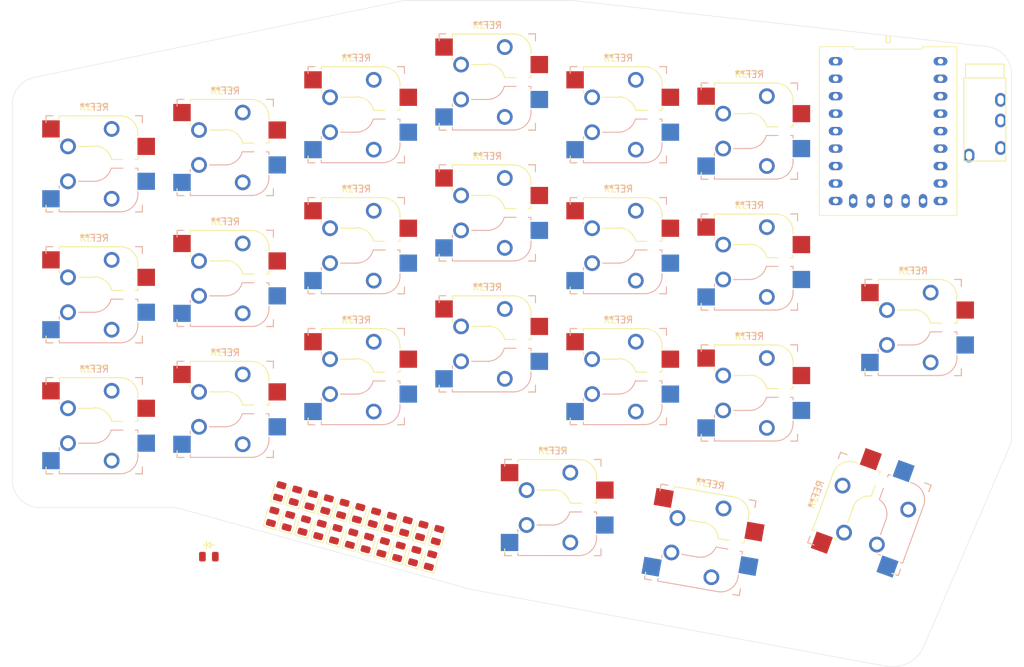
<source format=kicad_pcb>
(kicad_pcb (version 20241229) (generator "pcbnew") (generator_version "9.0")
  (layers (0 "F.Cu" signal) (2 "B.Cu" signal) (13 "F.Paste" user) (15 "B.Paste" user) (5 "F.SilkS" user "F.Silkscreen") (7 "B.SilkS" user "B.Silkscreen") (1 "F.Mask" user) (3 "B.Mask" user) (25 "Edge.Cuts" user))
  (net 0 "")
  (footprint "SMD Diodes:D_0805_2012Metric" (layer "F.Cu") (at 121.929954 134.309871 74.5)
    (property "Reference" "REF**" (hide yes))
    (property "Value" "D_0805_2012Metric" (hide yes))
    (pad "1" smd roundrect (at -0.9375 0 74.5) (size 0.975 1.4) (layers "F.Cu" "F.Mask" "F.Paste"))
    (pad "2" smd roundrect (at 0.9375 0 74.5) (size 0.975 1.4) (layers "F.Cu" "F.Mask" "F.Paste"))
  )
  (footprint "SMD Diodes:D_0805_2012Metric" (layer "F.Cu") (at 129.836076 132.533068 74.5)
    (property "Reference" "REF**" (hide yes))
    (property "Value" "D_0805_2012Metric" (hide yes))
    (pad "1" smd roundrect (at -0.9375 0 74.5) (size 0.975 1.4) (layers "F.Cu" "F.Mask" "F.Paste"))
    (pad "2" smd roundrect (at 0.9375 0 74.5) (size 0.975 1.4) (layers "F.Cu" "F.Mask" "F.Paste"))
  )
  (footprint "rp2040-zero:RP2040-Zero" (layer "F.Cu") (at 199.93 75.01375 -90)
    (property "Reference" "U" (at -13.28 0 0) (layer "F.SilkS"))
    (property "Value" "RP2040-Zero")
    (pad "0" thru_hole oval (at -10.16 -7.62 270) (size 1.2 2) (drill 0.8) (layers "*.Cu" "*.Mask"))
    (pad "1" thru_hole oval (at -7.62 -7.62 270) (size 1.2 2) (drill 0.8) (layers "*.Cu" "*.Mask"))
    (pad "2" thru_hole oval (at -5.08 -7.62 270) (size 1.2 2) (drill 0.8) (layers "*.Cu" "*.Mask"))
    (pad "3" thru_hole oval (at -2.54 -7.62 270) (size 1.2 2) (drill 0.8) (layers "*.Cu" "*.Mask"))
    (pad "3v3" thru_hole oval (at -5.08 7.62 270) (size 1.2 2) (drill 0.8) (layers "*.Cu" "*.Mask"))
    (pad "4" thru_hole oval (at 0 -7.62 270) (size 1.2 2) (drill 0.8) (layers "*.Cu" "*.Mask"))
    (pad "5" thru_hole oval (at 2.54 -7.62 270) (size 1.2 2) (drill 0.8) (layers "*.Cu" "*.Mask"))
    (pad "5v" thru_hole oval (at -10.16 7.62 270) (size 1.2 2) (drill 0.8) (layers "*.Cu" "*.Mask"))
    (pad "6" thru_hole oval (at 5.08 -7.62 270) (size 1.2 2) (drill 0.8) (layers "*.Cu" "*.Mask"))
    (pad "7" thru_hole oval (at 7.62 -7.62 270) (size 1.2 2) (drill 0.8) (layers "*.Cu" "*.Mask"))
    (pad "8" thru_hole oval (at 10.16 -7.62 270) (size 1.2 2) (drill 0.8) (layers "*.Cu" "*.Mask"))
    (pad "9" thru_hole oval (at 10.16 -5.08) (size 1.2 2) (drill 0.8) (layers "*.Cu" "*.Mask"))
    (pad "10" thru_hole oval (at 10.16 -2.54) (size 1.2 2) (drill 0.8) (layers "*.Cu" "*.Mask"))
    (pad "11" thru_hole oval (at 10.16 0) (size 1.2 2) (drill 0.8) (layers "*.Cu" "*.Mask"))
    (pad "12" thru_hole oval (at 10.16 2.54) (size 1.2 2) (drill 0.8) (layers "*.Cu" "*.Mask"))
    (pad "13" thru_hole oval (at 10.16 5.08) (size 1.2 2) (drill 0.8) (layers "*.Cu" "*.Mask"))
    (pad "14" thru_hole oval (at 10.16 7.62 270) (size 1.2 2) (drill 0.8) (layers "*.Cu" "*.Mask"))
    (pad "15" thru_hole oval (at 7.62 7.62 270) (size 1.2 2) (drill 0.8) (layers "*.Cu" "*.Mask"))
    (pad "26" thru_hole oval (at 5.08 7.62 270) (size 1.2 2) (drill 0.8) (layers "*.Cu" "*.Mask"))
    (pad "27" thru_hole oval (at 2.54 7.62 270) (size 1.2 2) (drill 0.8) (layers "*.Cu" "*.Mask"))
    (pad "28" thru_hole oval (at 0 7.62 270) (size 1.2 2) (drill 0.8) (layers "*.Cu" "*.Mask"))
    (pad "29" thru_hole oval (at -2.54 7.62 270) (size 1.2 2) (drill 0.8) (layers "*.Cu" "*.Mask"))
    (pad "GND" thru_hole oval (at -7.62 7.62 270) (size 1.2 2) (drill 0.8) (layers "*.Cu" "*.Mask"))
  )
  (footprint "Keyswitches:Kailh_socket_MX_optional_reversible" (layer "F.Cu") (at 122.615 72.6325)
    (property "Reference" "REF**" (at 0 -8.255 0) (layer "F.SilkS"))
    (property "Value" "Kailh_socket_MX_optional_reversible")
    (fp_text user "${REFERENCE}" (at 0 -8.255 0) (layer "B.SilkS") (effects (justify mirror)))
    (pad "" np_thru_hole circle (at -5.08 0) (size 1.7018 1.7018) (drill 1.7018) (layers "*.Cu" "*.Mask"))
    (pad "" np_thru_hole circle (at -2.54 -5.08) (size 3 3) (drill 3) (layers "*.Cu" "*.Mask"))
    (pad "" np_thru_hole circle (at -2.54 5.08) (size 3 3) (drill 3) (layers "*.Cu" "*.Mask"))
    (pad "" np_thru_hole circle (at 0 0) (size 3.9878 3.9878) (drill 3.9878) (layers "*.Cu" "*.Mask"))
    (pad "" np_thru_hole circle (at 3.81 -2.54) (size 3 3) (drill 3) (layers "*.Cu" "*.Mask"))
    (pad "" np_thru_hole circle (at 3.81 2.54) (size 3 3) (drill 3) (layers "*.Cu" "*.Mask"))
    (pad "" np_thru_hole circle (at 5.08 0) (size 1.7018 1.7018) (drill 1.7018) (layers "*.Cu" "*.Mask"))
    (pad "1" smd rect (at -6.29 -5.08) (size 2.55 2.5) (layers "F.Cu" "F.Mask" "F.Paste"))
    (pad "1" smd rect (at -6.29 5.08) (size 2.55 2.5) (layers "B.Cu" "B.Mask" "B.Paste"))
    (pad "1" thru_hole circle (at -3.81 -2.54) (size 2.286 2.286) (drill 1.4986) (layers "*.Cu" "*.Mask"))
    (pad "1" thru_hole circle (at -3.81 2.54) (size 2.286 2.286) (drill 1.4986) (layers "*.Cu" "*.Mask"))
    (pad "2" thru_hole circle (at 2.54 -5.08) (size 2.286 2.286) (drill 1.4986) (layers "*.Cu" "*.Mask"))
    (pad "2" thru_hole circle (at 2.54 5.08) (size 2.286 2.286) (drill 1.4986) (layers "*.Cu" "*.Mask"))
    (pad "2" smd rect (at 7.56 -2.54) (size 2.55 2.5) (layers "F.Cu" "F.Mask" "F.Paste"))
    (pad "2" smd rect (at 7.56 2.54) (size 2.55 2.5) (layers "B.Cu" "B.Mask" "B.Paste"))
  )
  (footprint "Keyswitches:Kailh_socket_MX_optional_reversible" (layer "F.Cu") (at 103.565 115.495)
    (property "Reference" "REF**" (at 0 -8.255 0) (layer "F.SilkS"))
    (property "Value" "Kailh_socket_MX_optional_reversible")
    (fp_text user "${REFERENCE}" (at 0 -8.255 0) (layer "B.SilkS") (effects (justify mirror)))
    (pad "" np_thru_hole circle (at -5.08 0) (size 1.7018 1.7018) (drill 1.7018) (layers "*.Cu" "*.Mask"))
    (pad "" np_thru_hole circle (at -2.54 -5.08) (size 3 3) (drill 3) (layers "*.Cu" "*.Mask"))
    (pad "" np_thru_hole circle (at -2.54 5.08) (size 3 3) (drill 3) (layers "*.Cu" "*.Mask"))
    (pad "" np_thru_hole circle (at 0 0) (size 3.9878 3.9878) (drill 3.9878) (layers "*.Cu" "*.Mask"))
    (pad "" np_thru_hole circle (at 3.81 -2.54) (size 3 3) (drill 3) (layers "*.Cu" "*.Mask"))
    (pad "" np_thru_hole circle (at 3.81 2.54) (size 3 3) (drill 3) (layers "*.Cu" "*.Mask"))
    (pad "" np_thru_hole circle (at 5.08 0) (size 1.7018 1.7018) (drill 1.7018) (layers "*.Cu" "*.Mask"))
    (pad "1" smd rect (at -6.29 -5.08) (size 2.55 2.5) (layers "F.Cu" "F.Mask" "F.Paste"))
    (pad "1" smd rect (at -6.29 5.08) (size 2.55 2.5) (layers "B.Cu" "B.Mask" "B.Paste"))
    (pad "1" thru_hole circle (at -3.81 -2.54) (size 2.286 2.286) (drill 1.4986) (layers "*.Cu" "*.Mask"))
    (pad "1" thru_hole circle (at -3.81 2.54) (size 2.286 2.286) (drill 1.4986) (layers "*.Cu" "*.Mask"))
    (pad "2" thru_hole circle (at 2.54 -5.08) (size 2.286 2.286) (drill 1.4986) (layers "*.Cu" "*.Mask"))
    (pad "2" thru_hole circle (at 2.54 5.08) (size 2.286 2.286) (drill 1.4986) (layers "*.Cu" "*.Mask"))
    (pad "2" smd rect (at 7.56 -2.54) (size 2.55 2.5) (layers "F.Cu" "F.Mask" "F.Paste"))
    (pad "2" smd rect (at 7.56 2.54) (size 2.55 2.5) (layers "B.Cu" "B.Mask" "B.Paste"))
  )
  (footprint "SMD Diodes:D_0805_2012Metric" (layer "F.Cu") (at 119.635309 133.673509 74.5)
    (property "Reference" "REF**" (hide yes))
    (property "Value" "D_0805_2012Metric" (hide yes))
    (pad "1" smd roundrect (at -0.9375 0 74.5) (size 0.975 1.4) (layers "F.Cu" "F.Mask" "F.Paste"))
    (pad "2" smd roundrect (at 0.9375 0 74.5) (size 0.975 1.4) (layers "F.Cu" "F.Mask" "F.Paste"))
  )
  (footprint "Keyswitches:Kailh_socket_MX_optional_reversible" (layer "F.Cu") (at 172.62125 134.474296 -10)
    (property "Reference" "REF**" (at 0 -8.255 170) (layer "F.SilkS"))
    (property "Value" "Kailh_socket_MX_optional_reversible")
    (fp_text user "${REFERENCE}" (at 0 -8.255 170) (layer "B.SilkS") (effects (justify mirror)))
    (pad "" np_thru_hole circle (at -5.08 0 350) (size 1.7018 1.7018) (drill 1.7018) (layers "*.Cu" "*.Mask"))
    (pad "" np_thru_hole circle (at -2.54 -5.08 350) (size 3 3) (drill 3) (layers "*.Cu" "*.Mask"))
    (pad "" np_thru_hole circle (at -2.54 5.08 350) (size 3 3) (drill 3) (layers "*.Cu" "*.Mask"))
    (pad "" np_thru_hole circle (at 0 0 350) (size 3.9878 3.9878) (drill 3.9878) (layers "*.Cu" "*.Mask"))
    (pad "" np_thru_hole circle (at 3.81 -2.54 350) (size 3 3) (drill 3) (layers "*.Cu" "*.Mask"))
    (pad "" np_thru_hole circle (at 3.81 2.54 350) (size 3 3) (drill 3) (layers "*.Cu" "*.Mask"))
    (pad "" np_thru_hole circle (at 5.08 0 350) (size 1.7018 1.7018) (drill 1.7018) (layers "*.Cu" "*.Mask"))
    (pad "1" smd rect (at -6.290001 5.08 350) (size 2.55 2.5) (layers "B.Cu" "B.Mask" "B.Paste"))
    (pad "1" smd rect (at -6.29 -5.08 350) (size 2.55 2.5) (layers "F.Cu" "F.Mask" "F.Paste"))
    (pad "1" thru_hole circle (at -3.81 -2.54 350) (size 2.286 2.286) (drill 1.4986) (layers "*.Cu" "*.Mask"))
    (pad "1" thru_hole circle (at -3.81 2.54 350) (size 2.286 2.286) (drill 1.4986) (layers "*.Cu" "*.Mask"))
    (pad "2" thru_hole circle (at 2.54 -5.08 350) (size 2.286 2.286) (drill 1.4986) (layers "*.Cu" "*.Mask"))
    (pad "2" thru_hole circle (at 2.54 5.08 350) (size 2.286 2.286) (drill 1.4986) (layers "*.Cu" "*.Mask"))
    (pad "2" smd rect (at 7.56 -2.54 350) (size 2.55 2.5) (layers "F.Cu" "F.Mask" "F.Paste"))
    (pad "2" smd rect (at 7.56 2.54 350) (size 2.55 2.5) (layers "B.Cu" "B.Mask" "B.Paste"))
  )
  (footprint "Keyswitches:Kailh_socket_MX_optional_reversible" (layer "F.Cu") (at 160.715 110.7325)
    (property "Reference" "REF**" (at 0 -8.255 0) (layer "F.SilkS"))
    (property "Value" "Kailh_socket_MX_optional_reversible")
    (fp_text user "${REFERENCE}" (at 0 -8.255 0) (layer "B.SilkS") (effects (justify mirror)))
    (pad "" np_thru_hole circle (at -5.08 0) (size 1.7018 1.7018) (drill 1.7018) (layers "*.Cu" "*.Mask"))
    (pad "" np_thru_hole circle (at -2.54 -5.08) (size 3 3) (drill 3) (layers "*.Cu" "*.Mask"))
    (pad "" np_thru_hole circle (at -2.54 5.08) (size 3 3) (drill 3) (layers "*.Cu" "*.Mask"))
    (pad "" np_thru_hole circle (at 0 0) (size 3.9878 3.9878) (drill 3.9878) (layers "*.Cu" "*.Mask"))
    (pad "" np_thru_hole circle (at 3.81 -2.54) (size 3 3) (drill 3) (layers "*.Cu" "*.Mask"))
    (pad "" np_thru_hole circle (at 3.81 2.54) (size 3 3) (drill 3) (layers "*.Cu" "*.Mask"))
    (pad "" np_thru_hole circle (at 5.08 0) (size 1.7018 1.7018) (drill 1.7018) (layers "*.Cu" "*.Mask"))
    (pad "1" smd rect (at -6.29 -5.08) (size 2.55 2.5) (layers "F.Cu" "F.Mask" "F.Paste"))
    (pad "1" smd rect (at -6.29 5.08) (size 2.55 2.5) (layers "B.Cu" "B.Mask" "B.Paste"))
    (pad "1" thru_hole circle (at -3.81 -2.54) (size 2.286 2.286) (drill 1.4986) (layers "*.Cu" "*.Mask"))
    (pad "1" thru_hole circle (at -3.81 2.54) (size 2.286 2.286) (drill 1.4986) (layers "*.Cu" "*.Mask"))
    (pad "2" thru_hole circle (at 2.54 -5.08) (size 2.286 2.286) (drill 1.4986) (layers "*.Cu" "*.Mask"))
    (pad "2" thru_hole circle (at 2.54 5.08) (size 2.286 2.286) (drill 1.4986) (layers "*.Cu" "*.Mask"))
    (pad "2" smd rect (at 7.56 -2.54) (size 2.55 2.5) (layers "F.Cu" "F.Mask" "F.Paste"))
    (pad "2" smd rect (at 7.56 2.54) (size 2.55 2.5) (layers "B.Cu" "B.Mask" "B.Paste"))
  )
  (footprint "Keyswitches:Kailh_socket_MX_optional_reversible" (layer "F.Cu") (at 160.715 91.6825)
    (property "Reference" "REF**" (at 0 -8.255 0) (layer "F.SilkS"))
    (property "Value" "Kailh_socket_MX_optional_reversible")
    (fp_text user "${REFERENCE}" (at 0 -8.255 0) (layer "B.SilkS") (effects (justify mirror)))
    (pad "" np_thru_hole circle (at -5.08 0) (size 1.7018 1.7018) (drill 1.7018) (layers "*.Cu" "*.Mask"))
    (pad "" np_thru_hole circle (at -2.54 -5.08) (size 3 3) (drill 3) (layers "*.Cu" "*.Mask"))
    (pad "" np_thru_hole circle (at -2.54 5.08) (size 3 3) (drill 3) (layers "*.Cu" "*.Mask"))
    (pad "" np_thru_hole circle (at 0 0) (size 3.9878 3.9878) (drill 3.9878) (layers "*.Cu" "*.Mask"))
    (pad "" np_thru_hole circle (at 3.81 -2.54) (size 3 3) (drill 3) (layers "*.Cu" "*.Mask"))
    (pad "" np_thru_hole circle (at 3.81 2.54) (size 3 3) (drill 3) (layers "*.Cu" "*.Mask"))
    (pad "" np_thru_hole circle (at 5.08 0) (size 1.7018 1.7018) (drill 1.7018) (layers "*.Cu" "*.Mask"))
    (pad "1" smd rect (at -6.29 -5.08) (size 2.55 2.5) (layers "F.Cu" "F.Mask" "F.Paste"))
    (pad "1" smd rect (at -6.29 5.08) (size 2.55 2.5) (layers "B.Cu" "B.Mask" "B.Paste"))
    (pad "1" thru_hole circle (at -3.81 -2.54) (size 2.286 2.286) (drill 1.4986) (layers "*.Cu" "*.Mask"))
    (pad "1" thru_hole circle (at -3.81 2.54) (size 2.286 2.286) (drill 1.4986) (layers "*.Cu" "*.Mask"))
    (pad "2" thru_hole circle (at 2.54 -5.08) (size 2.286 2.286) (drill 1.4986) (layers "*.Cu" "*.Mask"))
    (pad "2" thru_hole circle (at 2.54 5.08) (size 2.286 2.286) (drill 1.4986) (layers "*.Cu" "*.Mask"))
    (pad "2" smd rect (at 7.56 -2.54) (size 2.55 2.5) (layers "F.Cu" "F.Mask" "F.Paste"))
    (pad "2" smd rect (at 7.56 2.54) (size 2.55 2.5) (layers "B.Cu" "B.Mask" "B.Paste"))
  )
  (footprint "SMD Diodes:D_0805_2012Metric" (layer "F.Cu") (at 127.541431 131.896707 74.5)
    (property "Reference" "REF**" (hide yes))
    (property "Value" "D_0805_2012Metric" (hide yes))
    (pad "1" smd roundrect (at -0.9375 0 74.5) (size 0.975 1.4) (layers "F.Cu" "F.Mask" "F.Paste"))
    (pad "2" smd roundrect (at 0.9375 0 74.5) (size 0.975 1.4) (layers "F.Cu" "F.Mask" "F.Paste"))
  )
  (footprint "Keyswitches:Kailh_socket_MX_optional_reversible" (layer "F.Cu") (at 122.615 110.7325)
    (property "Reference" "REF**" (at 0 -8.255 0) (layer "F.SilkS"))
    (property "Value" "Kailh_socket_MX_optional_reversible")
    (fp_text user "${REFERENCE}" (at 0 -8.255 0) (layer "B.SilkS") (effects (justify mirror)))
    (pad "" np_thru_hole circle (at -5.08 0) (size 1.7018 1.7018) (drill 1.7018) (layers "*.Cu" "*.Mask"))
    (pad "" np_thru_hole circle (at -2.54 -5.08) (size 3 3) (drill 3) (layers "*.Cu" "*.Mask"))
    (pad "" np_thru_hole circle (at -2.54 5.08) (size 3 3) (drill 3) (layers "*.Cu" "*.Mask"))
    (pad "" np_thru_hole circle (at 0 0) (size 3.9878 3.9878) (drill 3.9878) (layers "*.Cu" "*.Mask"))
    (pad "" np_thru_hole circle (at 3.81 -2.54) (size 3 3) (drill 3) (layers "*.Cu" "*.Mask"))
    (pad "" np_thru_hole circle (at 3.81 2.54) (size 3 3) (drill 3) (layers "*.Cu" "*.Mask"))
    (pad "" np_thru_hole circle (at 5.08 0) (size 1.7018 1.7018) (drill 1.7018) (layers "*.Cu" "*.Mask"))
    (pad "1" smd rect (at -6.29 -5.08) (size 2.55 2.5) (layers "F.Cu" "F.Mask" "F.Paste"))
    (pad "1" smd rect (at -6.29 5.08) (size 2.55 2.5) (layers "B.Cu" "B.Mask" "B.Paste"))
    (pad "1" thru_hole circle (at -3.81 -2.54) (size 2.286 2.286) (drill 1.4986) (layers "*.Cu" "*.Mask"))
    (pad "1" thru_hole circle (at -3.81 2.54) (size 2.286 2.286) (drill 1.4986) (layers "*.Cu" "*.Mask"))
    (pad "2" thru_hole circle (at 2.54 -5.08) (size 2.286 2.286) (drill 1.4986) (layers "*.Cu" "*.Mask"))
    (pad "2" thru_hole circle (at 2.54 5.08) (size 2.286 2.286) (drill 1.4986) (layers "*.Cu" "*.Mask"))
    (pad "2" smd rect (at 7.56 -2.54) (size 2.55 2.5) (layers "F.Cu" "F.Mask" "F.Paste"))
    (pad "2" smd rect (at 7.56 2.54) (size 2.55 2.5) (layers "B.Cu" "B.Mask" "B.Paste"))
  )
  (footprint "Keyswitches:Kailh_socket_MX_optional_reversible" (layer "F.Cu") (at 141.665 67.87)
    (property "Reference" "REF**" (at 0 -8.255 0) (layer "F.SilkS"))
    (property "Value" "Kailh_socket_MX_optional_reversible")
    (fp_text user "${REFERENCE}" (at 0 -8.255 0) (layer "B.SilkS") (effects (justify mirror)))
    (pad "" np_thru_hole circle (at -5.08 0) (size 1.7018 1.7018) (drill 1.7018) (layers "*.Cu" "*.Mask"))
    (pad "" np_thru_hole circle (at -2.54 -5.08) (size 3 3) (drill 3) (layers "*.Cu" "*.Mask"))
    (pad "" np_thru_hole circle (at -2.54 5.08) (size 3 3) (drill 3) (layers "*.Cu" "*.Mask"))
    (pad "" np_thru_hole circle (at 0 0) (size 3.9878 3.9878) (drill 3.9878) (layers "*.Cu" "*.Mask"))
    (pad "" np_thru_hole circle (at 3.81 -2.54) (size 3 3) (drill 3) (layers "*.Cu" "*.Mask"))
    (pad "" np_thru_hole circle (at 3.81 2.54) (size 3 3) (drill 3) (layers "*.Cu" "*.Mask"))
    (pad "" np_thru_hole circle (at 5.08 0) (size 1.7018 1.7018) (drill 1.7018) (layers "*.Cu" "*.Mask"))
    (pad "1" smd rect (at -6.29 -5.08) (size 2.55 2.5) (layers "F.Cu" "F.Mask" "F.Paste"))
    (pad "1" smd rect (at -6.29 5.08) (size 2.55 2.5) (layers "B.Cu" "B.Mask" "B.Paste"))
    (pad "1" thru_hole circle (at -3.81 -2.54) (size 2.286 2.286) (drill 1.4986) (layers "*.Cu" "*.Mask"))
    (pad "1" thru_hole circle (at -3.81 2.54) (size 2.286 2.286) (drill 1.4986) (layers "*.Cu" "*.Mask"))
    (pad "2" thru_hole circle (at 2.54 -5.08) (size 2.286 2.286) (drill 1.4986) (layers "*.Cu" "*.Mask"))
    (pad "2" thru_hole circle (at 2.54 5.08) (size 2.286 2.286) (drill 1.4986) (layers "*.Cu" "*.Mask"))
    (pad "2" smd rect (at 7.56 -2.54) (size 2.55 2.5) (layers "F.Cu" "F.Mask" "F.Paste"))
    (pad "2" smd rect (at 7.56 2.54) (size 2.55 2.5) (layers "B.Cu" "B.Mask" "B.Paste"))
  )
  (footprint "SMD Diodes:D_0805_2012Metric" (layer "F.Cu") (at 131.108534 136.855316 74.5)
    (property "Reference" "REF**" (hide yes))
    (property "Value" "D_0805_2012Metric" (hide yes))
    (pad "1" smd roundrect (at -0.9375 0 74.5) (size 0.975 1.4) (layers "F.Cu" "F.Mask" "F.Paste"))
    (pad "2" smd roundrect (at 0.9375 0 74.5) (size 0.975 1.4) (layers "F.Cu" "F.Mask" "F.Paste"))
  )
  (footprint "Keyswitches:Kailh_socket_MX_optional_reversible" (layer "F.Cu") (at 197.21639 130.715199 70)
    (property "Reference" "REF**" (at 0 -8.255 70) (layer "F.SilkS"))
    (property "Value" "Kailh_socket_MX_optional_reversible")
    (fp_text user "${REFERENCE}" (at 0 -8.255 70) (layer "B.SilkS") (effects (justify mirror)))
    (pad "" np_thru_hole circle (at -5.08 0 70) (size 1.7018 1.7018) (drill 1.7018) (layers "*.Cu" "*.Mask"))
    (pad "" np_thru_hole circle (at -2.540001 5.08 70) (size 3 3) (drill 3) (layers "*.Cu" "*.Mask"))
    (pad "" np_thru_hole circle (at -2.54 -5.08 70) (size 3 3) (drill 3) (layers "*.Cu" "*.Mask"))
    (pad "" np_thru_hole circle (at 0 0 70) (size 3.9878 3.9878) (drill 3.9878) (layers "*.Cu" "*.Mask"))
    (pad "" np_thru_hole circle (at 3.81 -2.54 70) (size 3 3) (drill 3) (layers "*.Cu" "*.Mask"))
    (pad "" np_thru_hole circle (at 3.81 2.54 70) (size 3 3) (drill 3) (layers "*.Cu" "*.Mask"))
    (pad "" np_thru_hole circle (at 5.08 0 70) (size 1.7018 1.7018) (drill 1.7018) (layers "*.Cu" "*.Mask"))
    (pad "1" smd rect (at -6.29 -5.08 70) (size 2.55 2.5) (layers "F.Cu" "F.Mask" "F.Paste"))
    (pad "1" smd rect (at -6.29 5.08 70) (size 2.55 2.5) (layers "B.Cu" "B.Mask" "B.Paste"))
    (pad "1" thru_hole circle (at -3.81 -2.54 70) (size 2.286 2.286) (drill 1.4986) (layers "*.Cu" "*.Mask"))
    (pad "1" thru_hole circle (at -3.81 2.54 70) (size 2.286 2.286) (drill 1.4986) (layers "*.Cu" "*.Mask"))
    (pad "2" thru_hole circle (at 2.54 5.08 70) (size 2.286 2.286) (drill 1.4986) (layers "*.Cu" "*.Mask"))
    (pad "2" thru_hole circle (at 2.540001 -5.08 70) (size 2.286 2.286) (drill 1.4986) (layers "*.Cu" "*.Mask"))
    (pad "2" smd rect (at 7.56 -2.54 70) (size 2.55 2.5) (layers "F.Cu" "F.Mask" "F.Paste"))
    (pad "2" smd rect (at 7.56 2.54 70) (size 2.55 2.5) (layers "B.Cu" "B.Mask" "B.Paste"))
  )
  (footprint "SMD Diodes:D_0805_2012Metric" (layer "F.Cu") (at 132.130721 133.16943 74.5)
    (property "Reference" "REF**" (hide yes))
    (property "Value" "D_0805_2012Metric" (hide yes))
    (pad "1" smd roundrect (at -0.9375 0 74.5) (size 0.975 1.4) (layers "F.Cu" "F.Mask" "F.Paste"))
    (pad "2" smd roundrect (at 0.9375 0 74.5) (size 0.975 1.4) (layers "F.Cu" "F.Mask" "F.Paste"))
  )
  (footprint "Keyswitches:Kailh_socket_MX_optional_reversible" (layer "F.Cu") (at 103.565 96.445)
    (property "Reference" "REF**" (at 0 -8.255 0) (layer "F.SilkS"))
    (property "Value" "Kailh_socket_MX_optional_reversible")
    (fp_text user "${REFERENCE}" (at 0 -8.255 0) (layer "B.SilkS") (effects (justify mirror)))
    (pad "" np_thru_hole circle (at -5.08 0) (size 1.7018 1.7018) (drill 1.7018) (layers "*.Cu" "*.Mask"))
    (pad "" np_thru_hole circle (at -2.54 -5.08) (size 3 3) (drill 3) (layers "*.Cu" "*.Mask"))
    (pad "" np_thru_hole circle (at -2.54 5.08) (size 3 3) (drill 3) (layers "*.Cu" "*.Mask"))
    (pad "" np_thru_hole circle (at 0 0) (size 3.9878 3.9878) (drill 3.9878) (layers "*.Cu" "*.Mask"))
    (pad "" np_thru_hole circle (at 3.81 -2.54) (size 3 3) (drill 3) (layers "*.Cu" "*.Mask"))
    (pad "" np_thru_hole circle (at 3.81 2.54) (size 3 3) (drill 3) (layers "*.Cu" "*.Mask"))
    (pad "" np_thru_hole circle (at 5.08 0) (size 1.7018 1.7018) (drill 1.7018) (layers "*.Cu" "*.Mask"))
    (pad "1" smd rect (at -6.29 -5.08) (size 2.55 2.5) (layers "F.Cu" "F.Mask" "F.Paste"))
    (pad "1" smd rect (at -6.29 5.08) (size 2.55 2.5) (layers "B.Cu" "B.Mask" "B.Paste"))
    (pad "1" thru_hole circle (at -3.81 -2.54) (size 2.286 2.286) (drill 1.4986) (layers "*.Cu" "*.Mask"))
    (pad "1" thru_hole circle (at -3.81 2.54) (size 2.286 2.286) (drill 1.4986) (layers "*.Cu" "*.Mask"))
    (pad "2" thru_hole circle (at 2.54 -5.08) (size 2.286 2.286) (drill 1.4986) (layers "*.Cu" "*.Mask"))
    (pad "2" thru_hole circle (at 2.54 5.08) (size 2.286 2.286) (drill 1.4986) (layers "*.Cu" "*.Mask"))
    (pad "2" smd rect (at 7.56 -2.54) (size 2.55 2.5) (layers "F.Cu" "F.Mask" "F.Paste"))
    (pad "2" smd rect (at 7.56 2.54) (size 2.55 2.5) (layers "B.Cu" "B.Mask" "B.Paste"))
  )
  (footprint "SMD Diodes:D_0805_2012Metric" (layer "F.Cu") (at 118.362851 129.351261 74.5)
    (property "Reference" "REF**" (hide yes))
    (property "Value" "D_0805_2012Metric" (hide yes))
    (pad "1" smd roundrect (at -0.9375 0 74.5) (size 0.975 1.4) (layers "F.Cu" "F.Mask" "F.Paste"))
    (pad "2" smd roundrect (at 0.9375 0 74.5) (size 0.975 1.4) (layers "F.Cu" "F.Mask" "F.Paste"))
  )
  (footprint "Keyswitches:Kailh_socket_MX_optional_reversible" (layer "F.Cu") (at 84.515 98.82625)
    (property "Reference" "REF**" (at 0 -8.255 0) (layer "F.SilkS"))
    (property "Value" "Kailh_socket_MX_optional_reversible")
    (fp_text user "${REFERENCE}" (at 0 -8.255 0) (layer "B.SilkS") (effects (justify mirror)))
    (pad "" np_thru_hole circle (at -5.08 0) (size 1.7018 1.7018) (drill 1.7018) (layers "*.Cu" "*.Mask"))
    (pad "" np_thru_hole circle (at -2.54 -5.08) (size 3 3) (drill 3) (layers "*.Cu" "*.Mask"))
    (pad "" np_thru_hole circle (at -2.54 5.08) (size 3 3) (drill 3) (layers "*.Cu" "*.Mask"))
    (pad "" np_thru_hole circle (at 0 0) (size 3.9878 3.9878) (drill 3.9878) (layers "*.Cu" "*.Mask"))
    (pad "" np_thru_hole circle (at 3.81 -2.54) (size 3 3) (drill 3) (layers "*.Cu" "*.Mask"))
    (pad "" np_thru_hole circle (at 3.81 2.54) (size 3 3) (drill 3) (layers "*.Cu" "*.Mask"))
    (pad "" np_thru_hole circle (at 5.08 0) (size 1.7018 1.7018) (drill 1.7018) (layers "*.Cu" "*.Mask"))
    (pad "1" smd rect (at -6.29 -5.08) (size 2.55 2.5) (layers "F.Cu" "F.Mask" "F.Paste"))
    (pad "1" smd rect (at -6.29 5.08) (size 2.55 2.5) (layers "B.Cu" "B.Mask" "B.Paste"))
    (pad "1" thru_hole circle (at -3.81 -2.54) (size 2.286 2.286) (drill 1.4986) (layers "*.Cu" "*.Mask"))
    (pad "1" thru_hole circle (at -3.81 2.54) (size 2.286 2.286) (drill 1.4986) (layers "*.Cu" "*.Mask"))
    (pad "2" thru_hole circle (at 2.54 -5.08) (size 2.286 2.286) (drill 1.4986) (layers "*.Cu" "*.Mask"))
    (pad "2" thru_hole circle (at 2.54 5.08) (size 2.286 2.286) (drill 1.4986) (layers "*.Cu" "*.Mask"))
    (pad "2" smd rect (at 7.56 -2.54) (size 2.55 2.5) (layers "F.Cu" "F.Mask" "F.Paste"))
    (pad "2" smd rect (at 7.56 2.54) (size 2.55 2.5) (layers "B.Cu" "B.Mask" "B.Paste"))
  )
  (footprint "SMD Diodes:D_0805_2012Metric" (layer "F.Cu") (at 125.246786 131.260346 74.5)
    (property "Reference" "REF**" (hide yes))
    (property "Value" "D_0805_2012Metric" (hide yes))
    (pad "1" smd roundrect (at -0.9375 0 74.5) (size 0.975 1.4) (layers "F.Cu" "F.Mask" "F.Paste"))
    (pad "2" smd roundrect (at 0.9375 0 74.5) (size 0.975 1.4) (layers "F.Cu" "F.Mask" "F.Paste"))
  )
  (footprint "SMD Diodes:D_0805_2012Metric" (layer "F.Cu") (at 124.224599 134.946232 74.5)
    (property "Reference" "REF**" (hide yes))
    (property "Value" "D_0805_2012Metric" (hide yes))
    (pad "1" smd roundrect (at -0.9375 0 74.5) (size 0.975 1.4) (layers "F.Cu" "F.Mask" "F.Paste"))
    (pad "2" smd roundrect (at 0.9375 0 74.5) (size 0.975 1.4) (layers "F.Cu" "F.Mask" "F.Paste"))
  )
  (footprint "Keyswitches:Kailh_socket_MX_optional_reversible" (layer "F.Cu") (at 160.715 72.6325)
    (property "Reference" "REF**" (at 0 -8.255 0) (layer "F.SilkS"))
    (property "Value" "Kailh_socket_MX_optional_reversible")
    (fp_text user "${REFERENCE}" (at 0 -8.255 0) (layer "B.SilkS") (effects (justify mirror)))
    (pad "" np_thru_hole circle (at -5.08 0) (size 1.7018 1.7018) (drill 1.7018) (layers "*.Cu" "*.Mask"))
    (pad "" np_thru_hole circle (at -2.54 -5.08) (size 3 3) (drill 3) (layers "*.Cu" "*.Mask"))
    (pad "" np_thru_hole circle (at -2.54 5.08) (size 3 3) (drill 3) (layers "*.Cu" "*.Mask"))
    (pad "" np_thru_hole circle (at 0 0) (size 3.9878 3.9878) (drill 3.9878) (layers "*.Cu" "*.Mask"))
    (pad "" np_thru_hole circle (at 3.81 -2.54) (size 3 3) (drill 3) (layers "*.Cu" "*.Mask"))
    (pad "" np_thru_hole circle (at 3.81 2.54) (size 3 3) (drill 3) (layers "*.Cu" "*.Mask"))
    (pad "" np_thru_hole circle (at 5.08 0) (size 1.7018 1.7018) (drill 1.7018) (layers "*.Cu" "*.Mask"))
    (pad "1" smd rect (at -6.29 -5.08) (size 2.55 2.5) (layers "F.Cu" "F.Mask" "F.Paste"))
    (pad "1" smd rect (at -6.29 5.08) (size 2.55 2.5) (layers "B.Cu" "B.Mask" "B.Paste"))
    (pad "1" thru_hole circle (at -3.81 -2.54) (size 2.286 2.286) (drill 1.4986) (layers "*.Cu" "*.Mask"))
    (pad "1" thru_hole circle (at -3.81 2.54) (size 2.286 2.286) (drill 1.4986) (layers "*.Cu" "*.Mask"))
    (pad "2" thru_hole circle (at 2.54 -5.08) (size 2.286 2.286) (drill 1.4986) (layers "*.Cu" "*.Mask"))
    (pad "2" thru_hole circle (at 2.54 5.08) (size 2.286 2.286) (drill 1.4986) (layers "*.Cu" "*.Mask"))
    (pad "2" smd rect (at 7.56 -2.54) (size 2.55 2.5) (layers "F.Cu" "F.Mask" "F.Paste"))
    (pad "2" smd rect (at 7.56 2.54) (size 2.55 2.5) (layers "B.Cu" "B.Mask" "B.Paste"))
  )
  (footprint "SMD Diodes:D_0805_2012Metric" (layer "F.Cu") (at 117.340664 133.037148 74.5)
    (property "Reference" "REF**" (hide yes))
    (property "Value" "D_0805_2012Metric" (hide yes))
    (pad "1" smd roundrect (at -0.9375 0 74.5) (size 0.975 1.4) (layers "F.Cu" "F.Mask" "F.Paste"))
    (pad "2" smd roundrect (at 0.9375 0 74.5) (size 0.975 1.4) (layers "F.Cu" "F.Mask" "F.Paste"))
  )
  (footprint "SMD Diodes:D_0805_2012Metric" (layer "F.Cu") (at 133.403179 137.491678 74.5)
    (property "Reference" "REF**" (hide yes))
    (property "Value" "D_0805_2012Metric" (hide yes))
    (pad "1" smd roundrect (at -0.9375 0 74.5) (size 0.975 1.4) (layers "F.Cu" "F.Mask" "F.Paste"))
    (pad "2" smd roundrect (at 0.9375 0 74.5) (size 0.975 1.4) (layers "F.Cu" "F.Mask" "F.Paste"))
  )
  (footprint "Keyswitches:Kailh_socket_MX_optional_reversible" (layer "F.Cu") (at 84.515 117.87625)
    (property "Reference" "REF**" (at 0 -8.255 0) (layer "F.SilkS"))
    (property "Value" "Kailh_socket_MX_optional_reversible")
    (fp_text user "${REFERENCE}" (at 0 -8.255 0) (layer "B.SilkS") (effects (justify mirror)))
    (pad "" np_thru_hole circle (at -5.08 0) (size 1.7018 1.7018) (drill 1.7018) (layers "*.Cu" "*.Mask"))
    (pad "" np_thru_hole circle (at -2.54 -5.08) (size 3 3) (drill 3) (layers "*.Cu" "*.Mask"))
    (pad "" np_thru_hole circle (at -2.54 5.08) (size 3 3) (drill 3) (layers "*.Cu" "*.Mask"))
    (pad "" np_thru_hole circle (at 0 0) (size 3.9878 3.9878) (drill 3.9878) (layers "*.Cu" "*.Mask"))
    (pad "" np_thru_hole circle (at 3.81 -2.54) (size 3 3) (drill 3) (layers "*.Cu" "*.Mask"))
    (pad "" np_thru_hole circle (at 3.81 2.54) (size 3 3) (drill 3) (layers "*.Cu" "*.Mask"))
    (pad "" np_thru_hole circle (at 5.08 0) (size 1.7018 1.7018) (drill 1.7018) (layers "*.Cu" "*.Mask"))
    (pad "1" smd rect (at -6.29 -5.08) (size 2.55 2.5) (layers "F.Cu" "F.Mask" "F.Paste"))
    (pad "1" smd rect (at -6.29 5.08) (size 2.55 2.5) (layers "B.Cu" "B.Mask" "B.Paste"))
    (pad "1" thru_hole circle (at -3.81 -2.54) (size 2.286 2.286) (drill 1.4986) (layers "*.Cu" "*.Mask"))
    (pad "1" thru_hole circle (at -3.81 2.54) (size 2.286 2.286) (drill 1.4986) (layers "*.Cu" "*.Mask"))
    (pad "2" thru_hole circle (at 2.54 -5.08) (size 2.286 2.286) (drill 1.4986) (layers "*.Cu" "*.Mask"))
    (pad "2" thru_hole circle (at 2.54 5.08) (size 2.286 2.286) (drill 1.4986) (layers "*.Cu" "*.Mask"))
    (pad "2" smd rect (at 7.56 -2.54) (size 2.55 2.5) (layers "F.Cu" "F.Mask" "F.Paste"))
    (pad "2" smd rect (at 7.56 2.54) (size 2.55 2.5) (layers "B.Cu" "B.Mask" "B.Paste"))
  )
  (footprint "Keyswitches:Kailh_socket_MX_optional_reversible" (layer "F.Cu") (at 179.765 75.01375)
    (property "Reference" "REF**" (at 0 -8.255 0) (layer "F.SilkS"))
    (property "Value" "Kailh_socket_MX_optional_reversible")
    (fp_text user "${REFERENCE}" (at 0 -8.255 0) (layer "B.SilkS") (effects (justify mirror)))
    (pad "" np_thru_hole circle (at -5.08 0) (size 1.7018 1.7018) (drill 1.7018) (layers "*.Cu" "*.Mask"))
    (pad "" np_thru_hole circle (at -2.54 -5.08) (size 3 3) (drill 3) (layers "*.Cu" "*.Mask"))
    (pad "" np_thru_hole circle (at -2.54 5.08) (size 3 3) (drill 3) (layers "*.Cu" "*.Mask"))
    (pad "" np_thru_hole circle (at 0 0) (size 3.9878 3.9878) (drill 3.9878) (layers "*.Cu" "*.Mask"))
    (pad "" np_thru_hole circle (at 3.81 -2.54) (size 3 3) (drill 3) (layers "*.Cu" "*.Mask"))
    (pad "" np_thru_hole circle (at 3.81 2.54) (size 3 3) (drill 3) (layers "*.Cu" "*.Mask"))
    (pad "" np_thru_hole circle (at 5.08 0) (size 1.7018 1.7018) (drill 1.7018) (layers "*.Cu" "*.Mask"))
    (pad "1" smd rect (at -6.29 -5.08) (size 2.55 2.5) (layers "F.Cu" "F.Mask" "F.Paste"))
    (pad "1" smd rect (at -6.29 5.08) (size 2.55 2.5) (layers "B.Cu" "B.Mask" "B.Paste"))
    (pad "1" thru_hole circle (at -3.81 -2.54) (size 2.286 2.286) (drill 1.4986) (layers "*.Cu" "*.Mask"))
    (pad "1" thru_hole circle (at -3.81 2.54) (size 2.286 2.286) (drill 1.4986) (layers "*.Cu" "*.Mask"))
    (pad "2" thru_hole circle (at 2.54 -5.08) (size 2.286 2.286) (drill 1.4986) (layers "*.Cu" "*.Mask"))
    (pad "2" thru_hole circle (at 2.54 5.08) (size 2.286 2.286) (drill 1.4986) (layers "*.Cu" "*.Mask"))
    (pad "2" smd rect (at 7.56 -2.54) (size 2.55 2.5) (layers "F.Cu" "F.Mask" "F.Paste"))
    (pad "2" smd rect (at 7.56 2.54) (size 2.55 2.5) (layers "B.Cu" "B.Mask" "B.Paste"))
  )
  (footprint "Keyswitches:Kailh_socket_MX_optional_reversible" (layer "F.Cu") (at 179.765 113.11375)
    (property "Reference" "REF**" (at 0 -8.255 0) (layer "F.SilkS"))
    (property "Value" "Kailh_socket_MX_optional_reversible")
    (fp_text user "${REFERENCE}" (at 0 -8.255 0) (layer "B.SilkS") (effects (justify mirror)))
    (pad "" np_thru_hole circle (at -5.08 0) (size 1.7018 1.7018) (drill 1.7018) (layers "*.Cu" "*.Mask"))
    (pad "" np_thru_hole circle (at -2.54 -5.08) (size 3 3) (drill 3) (layers "*.Cu" "*.Mask"))
    (pad "" np_thru_hole circle (at -2.54 5.08) (size 3 3) (drill 3) (layers "*.Cu" "*.Mask"))
    (pad "" np_thru_hole circle (at 0 0) (size 3.9878 3.9878) (drill 3.9878) (layers "*.Cu" "*.Mask"))
    (pad "" np_thru_hole circle (at 3.81 -2.54) (size 3 3) (drill 3) (layers "*.Cu" "*.Mask"))
    (pad "" np_thru_hole circle (at 3.81 2.54) (size 3 3) (drill 3) (layers "*.Cu" "*.Mask"))
    (pad "" np_thru_hole circle (at 5.08 0) (size 1.7018 1.7018) (drill 1.7018) (layers "*.Cu" "*.Mask"))
    (pad "1" smd rect (at -6.29 -5.08) (size 2.55 2.5) (layers "F.Cu" "F.Mask" "F.Paste"))
    (pad "1" smd rect (at -6.29 5.08) (size 2.55 2.5) (layers "B.Cu" "B.Mask" "B.Paste"))
    (pad "1" thru_hole circle (at -3.81 -2.54) (size 2.286 2.286) (drill 1.4986) (layers "*.Cu" "*.Mask"))
    (pad "1" thru_hole circle (at -3.81 2.54) (size 2.286 2.286) (drill 1.4986) (layers "*.Cu" "*.Mask"))
    (pad "2" thru_hole circle (at 2.54 -5.08) (size 2.286 2.286) (drill 1.4986) (layers "*.Cu" "*.Mask"))
    (pad "2" thru_hole circle (at 2.54 5.08) (size 2.286 2.286) (drill 1.4986) (layers "*.Cu" "*.Mask"))
    (pad "2" smd rect (at 7.56 -2.54) (size 2.55 2.5) (layers "F.Cu" "F.Mask" "F.Paste"))
    (pad "2" smd rect (at 7.56 2.54) (size 2.55 2.5) (layers "B.Cu" "B.Mask" "B.Paste"))
  )
  (footprint "Keyswitches:Kailh_socket_MX_optional_reversible" (layer "F.Cu") (at 141.665 105.97)
    (property "Reference" "REF**" (at 0 -8.255 0) (layer "F.SilkS"))
    (property "Value" "Kailh_socket_MX_optional_reversible")
    (fp_text user "${REFERENCE}" (at 0 -8.255 0) (layer "B.SilkS") (effects (justify mirror)))
    (pad "" np_thru_hole circle (at -5.08 0) (size 1.7018 1.7018) (drill 1.7018) (layers "*.Cu" "*.Mask"))
    (pad "" np_thru_hole circle (at -2.54 -5.08) (size 3 3) (drill 3) (layers "*.Cu" "*.Mask"))
    (pad "" np_thru_hole circle (at -2.54 5.08) (size 3 3) (drill 3) (layers "*.Cu" "*.Mask"))
    (pad "" np_thru_hole circle (at 0 0) (size 3.9878 3.9878) (drill 3.9878) (layers "*.Cu" "*.Mask"))
    (pad "" np_thru_hole circle (at 3.81 -2.54) (size 3 3) (drill 3) (layers "*.Cu" "*.Mask"))
    (pad "" np_thru_hole circle (at 3.81 2.54) (size 3 3) (drill 3) (layers "*.Cu" "*.Mask"))
    (pad "" np_thru_hole circle (at 5.08 0) (size 1.7018 1.7018) (drill 1.7018) (layers "*.Cu" "*.Mask"))
    (pad "1" smd rect (at -6.29 -5.08) (size 2.55 2.5) (layers "F.Cu" "F.Mask" "F.Paste"))
    (pad "1" smd rect (at -6.29 5.08) (size 2.55 2.5) (layers "B.Cu" "B.Mask" "B.Paste"))
    (pad "1" thru_hole circle (at -3.81 -2.54) (size 2.286 2.286) (drill 1.4986) (layers "*.Cu" "*.Mask"))
    (pad "1" thru_hole circle (at -3.81 2.54) (size 2.286 2.286) (drill 1.4986) (layers "*.Cu" "*.Mask"))
    (pad "2" thru_hole circle (at 2.54 -5.08) (size 2.286 2.286) (drill 1.4986) (layers "*.Cu" "*.Mask"))
    (pad "2" thru_hole circle (at 2.54 5.08) (size 2.286 2.286) (drill 1.4986) (layers "*.Cu" "*.Mask"))
    (pad "2" smd rect (at 7.56 -2.54) (size 2.55 2.5) (layers "F.Cu" "F.Mask" "F.Paste"))
    (pad "2" smd rect (at 7.56 2.54) (size 2.55 2.5) (layers "B.Cu" "B.Mask" "B.Paste"))
  )
  (footprint "SMD Diodes:D_0805_2012Metric" (layer "F.Cu") (at 128.813889 136.218955 74.5)
    (property "Reference" "REF**" (hide yes))
    (property "Value" "D_0805_2012Metric" (hide yes))
    (pad "1" smd roundrect (at -0.9375 0 74.5) (size 0.975 1.4) (layers "F.Cu" "F.Mask" "F.Paste"))
    (pad "2" smd roundrect (at 0.9375 0 74.5) (size 0.975 1.4) (layers "F.Cu" "F.Mask" "F.Paste"))
  )
  (footprint "Keyswitches:Kailh_socket_MX_optional_reversible" (layer "F.Cu") (at 141.665 86.92)
    (property "Reference" "REF**" (at 0 -8.255 0) (layer "F.SilkS"))
    (property "Value" "Kailh_socket_MX_optional_reversible")
    (fp_text user "${REFERENCE}" (at 0 -8.255 0) (layer "B.SilkS") (effects (justify mirror)))
    (pad "" np_thru_hole circle (at -5.08 0) (size 1.7018 1.7018) (drill 1.7018) (layers "*.Cu" "*.Mask"))
    (pad "" np_thru_hole circle (at -2.54 -5.08) (size 3 3) (drill 3) (layers "*.Cu" "*.Mask"))
    (pad "" np_thru_hole circle (at -2.54 5.08) (size 3 3) (drill 3) (layers "*.Cu" "*.Mask"))
    (pad "" np_thru_hole circle (at 0 0) (size 3.9878 3.9878) (drill 3.9878) (layers "*.Cu" "*.Mask"))
    (pad "" np_thru_hole circle (at 3.81 -2.54) (size 3 3) (drill 3) (layers "*.Cu" "*.Mask"))
    (pad "" np_thru_hole circle (at 3.81 2.54) (size 3 3) (drill 3) (layers "*.Cu" "*.Mask"))
    (pad "" np_thru_hole circle (at 5.08 0) (size 1.7018 1.7018) (drill 1.7018) (layers "*.Cu" "*.Mask"))
    (pad "1" smd rect (at -6.29 -5.08) (size 2.55 2.5) (layers "F.Cu" "F.Mask" "F.Paste"))
    (pad "1" smd rect (at -6.29 5.08) (size 2.55 2.5) (layers "B.Cu" "B.Mask" "B.Paste"))
    (pad "1" thru_hole circle (at -3.81 -2.54) (size 2.286 2.286) (drill 1.4986) (layers "*.Cu" "*.Mask"))
    (pad "1" thru_hole circle (at -3.81 2.54) (size 2.286 2.286) (drill 1.4986) (layers "*.Cu" "*.Mask"))
    (pad "2" thru_hole circle (at 2.54 -5.08) (size 2.286 2.286) (drill 1.4986) (layers "*.Cu" "*.Mask"))
    (pad "2" thru_hole circle (at 2.54 5.08) (size 2.286 2.286) (drill 1.4986) (layers "*.Cu" "*.Mask"))
    (pad "2" smd rect (at 7.56 -2.54) (size 2.55 2.5) (layers "F.Cu" "F.Mask" "F.Paste"))
    (pad "2" smd rect (at 7.56 2.54) (size 2.55 2.5) (layers "B.Cu" "B.Mask" "B.Paste"))
  )
  (footprint "SMD Diodes:D_0805_2012Metric" (layer "F.Cu") (at 111.478916 127.442177 74.5)
    (property "Reference" "REF**" (hide yes))
    (property "Value" "D_0805_2012Metric" (hide yes))
    (pad "1" smd roundrect (at -0.9375 0 74.5) (size 0.975 1.4) (layers "F.Cu" "F.Mask" "F.Paste"))
    (pad "2" smd roundrect (at 0.9375 0 74.5) (size 0.975 1.4) (layers "F.Cu" "F.Mask" "F.Paste"))
  )
  (footprint "SMD Diodes:D_0805_2012Metric" (layer "F.Cu") (at 113.773561 128.078539 74.5)
    (property "Reference" "REF**" (hide yes))
    (property "Value" "D_0805_2012Metric" (hide yes))
    (pad "1" smd roundrect (at -0.9375 0 74.5) (size 0.975 1.4) (layers "F.Cu" "F.Mask" "F.Paste"))
    (pad "2" smd roundrect (at 0.9375 0 74.5) (size 0.975 1.4) (layers "F.Cu" "F.Mask" "F.Paste"))
  )
  (footprint "SMD Diodes:D_0805_2012Metric" (layer "F.Cu") (at 120.657496 129.987623 74.5)
    (property "Reference" "REF**" (hide yes))
    (property "Value" "D_0805_2012Metric" (hide yes))
    (pad "1" smd roundrect (at -0.9375 0 74.5) (size 0.975 1.4) (layers "F.Cu" "F.Mask" "F.Paste"))
    (pad "2" smd roundrect (at 0.9375 0 74.5) (size 0.975 1.4) (layers "F.Cu" "F.Mask" "F.Paste"))
  )
  (footprint "SMD Diodes:D_0805_2012Metric" (layer "F.Cu") (at 126.519244 135.582593 74.5)
    (property "Reference" "REF**" (hide yes))
    (property "Value" "D_0805_2012Metric" (hide yes))
    (pad "1" smd roundrect (at -0.9375 0 74.5) (size 0.975 1.4) (layers "F.Cu" "F.Mask" "F.Paste"))
    (pad "2" smd roundrect (at 0.9375 0 74.5) (size 0.975 1.4) (layers "F.Cu" "F.Mask" "F.Paste"))
  )
  (footprint "SMD Diodes:D_0805_2012Metric" (layer "F.Cu") (at 122.952141 130.623984 74.5)
    (property "Reference" "REF**" (hide yes))
    (property "Value" "D_0805_2012Metric" (hide yes))
    (pad "1" smd roundrect (at -0.9375 0 74.5) (size 0.975 1.4) (layers "F.Cu" "F.Mask" "F.Paste"))
    (pad "2" smd roundrect (at 0.9375 0 74.5) (size 0.975 1.4) (layers "F.Cu" "F.Mask" "F.Paste"))
  )
  (footprint "Scotto_lib:TRRS_PJ-320A" (layer "F.Cu") (at 213.99 67.27)
    (property "Reference" "REF**")
    (property "Value" "TRRS_PJ-320A")
    (pad "" np_thru_hole circle (at 0 1.6) (size 0.8 0.8) (drill 0.8) (layers "*.Cu" "*.Mask"))
    (pad "" np_thru_hole circle (at 0 8.6) (size 0.8 0.8) (drill 0.8) (layers "*.Cu" "*.Mask"))
    (pad "1" thru_hole oval (at -2.3 11.3) (size 1.6 2) (drill oval 0.9 1.3) (layers "*.Cu" "*.Mask"))
    (pad "2" thru_hole oval (at 2.3 10.2) (size 1.6 2) (drill oval 0.9 1.3) (layers "*.Cu" "*.Mask"))
    (pad "3" thru_hole oval (at 2.3 6.2) (size 1.6 2) (drill oval 0.9 1.3) (layers "*.Cu" "*.Mask"))
    (pad "4" thru_hole oval (at 2.3 3.2) (size 1.6 2) (drill oval 0.9 1.3) (layers "*.Cu" "*.Mask"))
  )
  (footprint "Scotto_lib:LED_0805" (layer "F.Cu") (at 101.18375 136.92625)
    (property "Reference" "REF**" (hide yes))
    (property "Value" "LED_0805" (hide yes))
    (pad "1" smd roundrect (at -0.9375 0) (size 0.975 1.4) (layers "F.Cu" "F.Mask" "F.Paste"))
    (pad "2" smd roundrect (at 0.9375 0) (size 0.975 1.4) (layers "F.Cu" "F.Mask" "F.Paste"))
  )
  (footprint "SMD Diodes:D_0805_2012Metric" (layer "F.Cu") (at 134.425366 133.805791 74.5)
    (property "Reference" "REF**" (hide yes))
    (property "Value" "D_0805_2012Metric" (hide yes))
    (pad "1" smd roundrect (at -0.9375 0 74.5) (size 0.975 1.4) (layers "F.Cu" "F.Mask" "F.Paste"))
    (pad "2" smd roundrect (at 0.9375 0 74.5) (size 0.975 1.4) (layers "F.Cu" "F.Mask" "F.Paste"))
  )
  (footprint "SMD Diodes:D_0805_2012Metric" (layer "F.Cu") (at 112.751374 131.764425 74.5)
    (property "Reference" "REF**" (hide yes))
    (property "Value" "D_0805_2012Metric" (hide yes))
    (pad "1" smd roundrect (at -0.9375 0 74.5) (size 0.975 1.4) (layers "F.Cu" "F.Mask" "F.Paste"))
    (pad "2" smd roundrect (at 0.9375 0 74.5) (size 0.975 1.4) (layers "F.Cu" "F.Mask" "F.Paste"))
  )
  (footprint "Keyswitches:Kailh_socket_MX_optional_reversible" (layer "F.Cu") (at 203.5775 103.58875)
    (property "Reference" "REF**" (at 0 -8.255 0) (layer "F.SilkS"))
    (property "Value" "Kailh_socket_MX_optional_reversible")
    (fp_text user "${REFERENCE}" (at 0 -8.255 0) (layer "B.SilkS") (effects (justify mirror)))
    (pad "" np_thru_hole circle (at -5.08 0) (size 1.7018 1.7018) (drill 1.7018) (layers "*.Cu" "*.Mask"))
    (pad "" np_thru_hole circle (at -2.54 -5.08) (size 3 3) (drill 3) (layers "*.Cu" "*.Mask"))
    (pad "" np_thru_hole circle (at -2.54 5.08) (size 3 3) (drill 3) (layers "*.Cu" "*.Mask"))
    (pad "" np_thru_hole circle (at 0 0) (size 3.9878 3.9878) (drill 3.9878) (layers "*.Cu" "*.Mask"))
    (pad "" np_thru_hole circle (at 3.81 -2.54) (size 3 3) (drill 3) (layers "*.Cu" "*.Mask"))
    (pad "" np_thru_hole circle (at 3.81 2.54) (size 3 3) (drill 3) (layers "*.Cu" "*.Mask"))
    (pad "" np_thru_hole circle (at 5.08 0) (size 1.7018 1.7018) (drill 1.7018) (layers "*.Cu" "*.Mask"))
    (pad "1" smd rect (at -6.29 -5.08) (size 2.55 2.5) (layers "F.Cu" "F.Mask" "F.Paste"))
    (pad "1" smd rect (at -6.29 5.08) (size 2.55 2.5) (layers "B.Cu" "B.Mask" "B.Paste"))
    (pad "1" thru_hole circle (at -3.81 -2.54) (size 2.286 2.286) (drill 1.4986) (layers "*.Cu" "*.Mask"))
    (pad "1" thru_hole circle (at -3.81 2.54) (size 2.286 2.286) (drill 1.4986) (layers "*.Cu" "*.Mask"))
    (pad "2" thru_hole circle (at 2.54 -5.08) (size 2.286 2.286) (drill 1.4986) (layers "*.Cu" "*.Mask"))
    (pad "2" thru_hole circle (at 2.54 5.08) (size 2.286 2.286) (drill 1.4986) (layers "*.Cu" "*.Mask"))
    (pad "2" smd rect (at 7.56 -2.54) (size 2.55 2.5) (layers "F.Cu" "F.Mask" "F.Paste"))
    (pad "2" smd rect (at 7.56 2.54) (size 2.55 2.5) (layers "B.Cu" "B.Mask" "B.Paste"))
  )
  (footprint "Keyswitches:Kailh_socket_MX_optional_reversible" (layer "F.Cu") (at 151.19 129.7825)
    (property "Reference" "REF**" (at 0 -8.255 0) (layer "F.SilkS"))
    (property "Value" "Kailh_socket_MX_optional_reversible")
    (fp_text user "${REFERENCE}" (at 0 -8.255 0) (layer "B.SilkS") (effects (justify mirror)))
    (pad "" np_thru_hole circle (at -5.08 0) (size 1.7018 1.7018) (drill 1.7018) (layers "*.Cu" "*.Mask"))
    (pad "" np_thru_hole circle (at -2.54 -5.08) (size 3 3) (drill 3) (layers "*.Cu" "*.Mask"))
    (pad "" np_thru_hole circle (at -2.54 5.08) (size 3 3) (drill 3) (layers "*.Cu" "*.Mask"))
    (pad "" np_thru_hole circle (at 0 0) (size 3.9878 3.9878) (drill 3.9878) (layers "*.Cu" "*.Mask"))
    (pad "" np_thru_hole circle (at 3.81 -2.54) (size 3 3) (drill 3) (layers "*.Cu" "*.Mask"))
    (pad "" np_thru_hole circle (at 3.81 2.54) (size 3 3) (drill 3) (layers "*.Cu" "*.Mask"))
    (pad "" np_thru_hole circle (at 5.08 0) (size 1.7018 1.7018) (drill 1.7018) (layers "*.Cu" "*.Mask"))
    (pad "1" smd rect (at -6.29 -5.08) (size 2.55 2.5) (layers "F.Cu" "F.Mask" "F.Paste"))
    (pad "1" smd rect (at -6.29 5.08) (size 2.55 2.5) (layers "B.Cu" "B.Mask" "B.Paste"))
    (pad "1" thru_hole circle (at -3.81 -2.54) (size 2.286 2.286) (drill 1.4986) (layers "*.Cu" "*.Mask"))
    (pad "1" thru_hole circle (at -3.81 2.54) (size 2.286 2.286) (drill 1.4986) (layers "*.Cu" "*.Mask"))
    (pad "2" thru_hole circle (at 2.54 -5.08) (size 2.286 2.286) (drill 1.4986) (layers "*.Cu" "*.Mask"))
    (pad "2" thru_hole circle (at 2.54 5.08) (size 2.286 2.286) (drill 1.4986) (layers "*.Cu" "*.Mask"))
    (pad "2" smd rect (at 7.56 -2.54) (size 2.55 2.5) (layers "F.Cu" "F.Mask" "F.Paste"))
    (pad "2" smd rect (at 7.56 2.54) (size 2.55 2.5) (layers "B.Cu" "B.Mask" "B.Paste"))
  )
  (footprint "Keyswitches:Kailh_socket_MX_optional_reversible" (layer "F.Cu") (at 179.765 94.06375)
    (property "Reference" "REF**" (at 0 -8.255 0) (layer "F.SilkS"))
    (property "Value" "Kailh_socket_MX_optional_reversible")
    (fp_text user "${REFERENCE}" (at 0 -8.255 0) (layer "B.SilkS") (effects (justify mirror)))
    (pad "" np_thru_hole circle (at -5.08 0) (size 1.7018 1.7018) (drill 1.7018) (layers "*.Cu" "*.Mask"))
    (pad "" np_thru_hole circle (at -2.54 -5.08) (size 3 3) (drill 3) (layers "*.Cu" "*.Mask"))
    (pad "" np_thru_hole circle (at -2.54 5.08) (size 3 3) (drill 3) (layers "*.Cu" "*.Mask"))
    (pad "" np_thru_hole circle (at 0 0) (size 3.9878 3.9878) (drill 3.9878) (layers "*.Cu" "*.Mask"))
    (pad "" np_thru_hole circle (at 3.81 -2.54) (size 3 3) (drill 3) (layers "*.Cu" "*.Mask"))
    (pad "" np_thru_hole circle (at 3.81 2.54) (size 3 3) (drill 3) (layers "*.Cu" "*.Mask"))
    (pad "" np_thru_hole circle (at 5.08 0) (size 1.7018 1.7018) (drill 1.7018) (layers "*.Cu" "*.Mask"))
    (pad "1" smd rect (at -6.29 -5.08) (size 2.55 2.5) (layers "F.Cu" "F.Mask" "F.Paste"))
    (pad "1" smd rect (at -6.29 5.08) (size 2.55 2.5) (layers "B.Cu" "B.Mask" "B.Paste"))
    (pad "1" thru_hole circle (at -3.81 -2.54) (size 2.286 2.286) (drill 1.4986) (layers "*.Cu" "*.Mask"))
    (pad "1" thru_hole circle (at -3.81 2.54) (size 2.286 2.286) (drill 1.4986) (layers "*.Cu" "*.Mask"))
    (pad "2" thru_hole circle (at 2.54 -5.08) (size 2.286 2.286) (drill 1.4986) (layers "*.Cu" "*.Mask"))
    (pad "2" thru_hole circle (at 2.54 5.08) (size 2.286 2.286) (drill 1.4986) (layers "*.Cu" "*.Mask"))
    (pad "2" smd rect (at 7.56 -2.54) (size 2.55 2.5) (layers "F.Cu" "F.Mask" "F.Paste"))
    (pad "2" smd rect (at 7.56 2.54) (size 2.55 2.5) (layers "B.Cu" "B.Mask" "B.Paste"))
  )
  (footprint "Keyswitches:Kailh_socket_MX_optional_reversible" (layer "F.Cu") (at 84.515 79.77625)
    (property "Reference" "REF**" (at 0 -8.255 0) (layer "F.SilkS"))
    (property "Value" "Kailh_socket_MX_optional_reversible")
    (fp_text user "${REFERENCE}" (at 0 -8.255 0) (layer "B.SilkS") (effects (justify mirror)))
    (pad "" np_thru_hole circle (at -5.08 0) (size 1.7018 1.7018) (drill 1.7018) (layers "*.Cu" "*.Mask"))
    (pad "" np_thru_hole circle (at -2.54 -5.08) (size 3 3) (drill 3) (layers "*.Cu" "*.Mask"))
    (pad "" np_thru_hole circle (at -2.54 5.08) (size 3 3) (drill 3) (layers "*.Cu" "*.Mask"))
    (pad "" np_thru_hole circle (at 0 0) (size 3.9878 3.9878) (drill 3.9878) (layers "*.Cu" "*.Mask"))
    (pad "" np_thru_hole circle (at 3.81 -2.54) (size 3 3) (drill 3) (layers "*.Cu" "*.Mask"))
    (pad "" np_thru_hole circle (at 3.81 2.54) (size 3 3) (drill 3) (layers "*.Cu" "*.Mask"))
    (pad "" np_thru_hole circle (at 5.08 0) (size 1.7018 1.7018) (drill 1.7018) (layers "*.Cu" "*.Mask"))
    (pad "1" smd rect (at -6.29 -5.08) (size 2.55 2.5) (layers "F.Cu" "F.Mask" "F.Paste"))
    (pad "1" smd rect (at -6.29 5.08) (size 2.55 2.5) (layers "B.Cu" "B.Mask" "B.Paste"))
    (pad "1" thru_hole circle (at -3.81 -2.54) (size 2.286 2.286) (drill 1.4986) (layers "*.Cu" "*.Mask"))
    (pad "1" thru_hole circle (at -3.81 2.54) (size 2.286 2.286) (drill 1.4986) (layers "*.Cu" "*.Mask"))
    (pad "2" thru_hole circle (at 2.54 -5.08) (size 2.286 2.286) (drill 1.4986) (layers "*.Cu" "*.Mask"))
    (pad "2" thru_hole circle (at 2.54 5.08) (size 2.286 2.286) (drill 1.4986) (layers "*.Cu" "*.Mask"))
    (pad "2" smd rect (at 7.56 -2.54) (size 2.55 2.5) (layers "F.Cu" "F.Mask" "F.Paste"))
    (pad "2" smd rect (at 7.56 2.54) (size 2.55 2.5) (layers "B.Cu" "B.Mask" "B.Paste"))
  )
  (footprint "Keyswitches:Kailh_socket_MX_optional_reversible" (layer "F.Cu") (at 103.565 77.395)
    (property "Reference" "REF**" (at 0 -8.255 0) (layer "F.SilkS"))
    (property "Value" "Kailh_socket_MX_optional_reversible")
    (fp_text user "${REFERENCE}" (at 0 -8.255 0) (layer "B.SilkS") (effects (justify mirror)))
    (pad "" np_thru_hole circle (at -5.08 0) (size 1.7018 1.7018) (drill 1.7018) (layers "*.Cu" "*.Mask"))
    (pad "" np_thru_hole circle (at -2.54 -5.08) (size 3 3) (drill 3) (layers "*.Cu" "*.Mask"))
    (pad "" np_thru_hole circle (at -2.54 5.08) (size 3 3) (drill 3) (layers "*.Cu" "*.Mask"))
    (pad "" np_thru_hole circle (at 0 0) (size 3.9878 3.9878) (drill 3.9878) (layers "*.Cu" "*.Mask"))
    (pad "" np_thru_hole circle (at 3.81 -2.54) (size 3 3) (drill 3) (layers "*.Cu" "*.Mask"))
    (pad "" np_thru_hole circle (at 3.81 2.54) (size 3 3) (drill 3) (layers "*.Cu" "*.Mask"))
    (pad "" np_thru_hole circle (at 5.08 0) (size 1.7018 1.7018) (drill 1.7018) (layers "*.Cu" "*.Mask"))
    (pad "1" smd rect (at -6.29 -5.08) (size 2.55 2.5) (layers "F.Cu" "F.Mask" "F.Paste"))
    (pad "1" smd rect (at -6.29 5.08) (size 2.55 2.5) (layers "B.Cu" "B.Mask" "B.Paste"))
    (pad "1" thru_hole circle (at -3.81 -2.54) (size 2.286 2.286) (drill 1.4986) (layers "*.Cu" "*.Mask"))
    (pad "1" thru_hole circle (at -3.81 2.54) (size 2.286 2.286) (drill 1.4986) (layers "*.Cu" "*.Mask"))
    (pad "2" thru_hole circle (at 2.54 -5.08) (size 2.286 2.286) (drill 1.4986) (layers "*.Cu" "*.Mask"))
    (pad "2" thru_hole circle (at 2.54 5.08) (size 2.286 2.286) (drill 1.4986) (layers "*.Cu" "*.Mask"))
    (pad "2" smd rect (at 7.56 -2.54) (size 2.55 2.5) (layers "F.Cu" "F.Mask" "F.Paste"))
    (pad "2" smd rect (at 7.56 2.54) (size 2.55 2.5) (layers "B.Cu" "B.Mask" "B.Paste"))
  )
  (footprint "SMD Diodes:D_0805_2012Metric" (layer "F.Cu") (at 115.046019 132.400786 74.5)
    (property "Reference" "REF**" (hide yes))
    (property "Value" "D_0805_2012Metric" (hide yes))
    (pad "1" smd roundrect (at -0.9375 0 74.5) (size 0.975 1.4) (layers "F.Cu" "F.Mask" "F.Paste"))
    (pad "2" smd roundrect (at 0.9375 0 74.5) (size 0.975 1.4) (layers "F.Cu" "F.Mask" "F.Paste"))
  )
  (footprint "SMD Diodes:D_0805_2012Metric" (layer "F.Cu") (at 116.068206 128.7149 74.5)
    (property "Reference" "REF**" (hide yes))
    (property "Value" "D_0805_2012Metric" (hide yes))
    (pad "1" smd roundrect (at -0.9375 0 74.5) (size 0.975 1.4) (layers "F.Cu" "F.Mask" "F.Paste"))
    (pad "2" smd roundrect (at 0.9375 0 74.5) (size 0.975 1.4) (layers "F.Cu" "F.Mask" "F.Paste"))
  )
  (footprint "SMD Diodes:D_0805_2012Metric" (layer "F.Cu") (at 110.456729 131.128064 74.5)
    (property "Reference" "REF**" (hide yes))
    (property "Value" "D_0805_2012Metric" (hide yes))
    (pad "1" smd roundrect (at -0.9375 0 74.5) (size 0.975 1.4) (layers "F.Cu" "F.Mask" "F.Paste"))
    (pad "2" smd roundrect (at 0.9375 0 74.5) (size 0.975 1.4) (layers "F.Cu" "F.Mask" "F.Paste"))
  )
  (footprint "Keyswitches:Kailh_socket_MX_optional_reversible" (layer "F.Cu") (at 122.615 91.6825)
    (property "Reference" "REF**" (at 0 -8.255 0) (layer "F.SilkS"))
    (property "Value" "Kailh_socket_MX_optional_reversible")
    (fp_text user "${REFERENCE}" (at 0 -8.255 0) (layer "B.SilkS") (effects (justify mirror)))
    (pad "" np_thru_hole circle (at -5.08 0) (size 1.7018 1.7018) (drill 1.7018) (layers "*.Cu" "*.Mask"))
    (pad "" np_thru_hole circle (at -2.54 -5.08) (size 3 3) (drill 3) (layers "*.Cu" "*.Mask"))
    (pad "" np_thru_hole circle (at -2.54 5.08) (size 3 3) (drill 3) (layers "*.Cu" "*.Mask"))
    (pad "" np_thru_hole circle (at 0 0) (size 3.9878 3.9878) (drill 3.9878) (layers "*.Cu" "*.Mask"))
    (pad "" np_thru_hole circle (at 3.81 -2.54) (size 3 3) (drill 3) (layers "*.Cu" "*.Mask"))
    (pad "" np_thru_hole circle (at 3.81 2.54) (size 3 3) (drill 3) (layers "*.Cu" "*.Mask"))
    (pad "" np_thru_hole circle (at 5.08 0) (size 1.7018 1.7018) (drill 1.7018) (layers "*.Cu" "*.Mask"))
    (pad "1" smd rect (at -6.29 -5.08) (size 2.55 2.5) (layers "F.Cu" "F.Mask" "F.Paste"))
    (pad "1" smd rect (at -6.29 5.08) (size 2.55 2.5) (layers "B.Cu" "B.Mask" "B.Paste"))
    (pad "1" thru_hole circle (at -3.81 -2.54) (size 2.286 2.286) (drill 1.4986) (layers "*.Cu" "*.Mask"))
    (pad "1" thru_hole circle (at -3.81 2.54) (size 2.286 2.286) (drill 1.4986) (layers "*.Cu" "*.Mask"))
    (pad "2" thru_hole circle (at 2.54 -5.08) (size 2.286 2.286) (drill 1.4986) (layers "*.Cu" "*.Mask"))
    (pad "2" thru_hole circle (at 2.54 5.08) (size 2.286 2.286) (drill 1.4986) (layers "*.Cu" "*.Mask"))
    (pad "2" smd rect (at 7.56 -2.54) (size 2.55 2.5) (layers "F.Cu" "F.Mask" "F.Paste"))
    (pad "2" smd rect (at 7.56 2.54) (size 2.55 2.5) (layers "B.Cu" "B.Mask" "B.Paste"))
  )
  (gr_arc (start 153.349709 55.96375) (mid 153.57091 55.969871) (end 153.791435 55.988215) (stroke (width 0.05)) (layer "Edge.Cuts"))
  (gr_line (start 129.75875 55.96375) (end 153.57125 55.96375) (stroke (width 0.05)) (layer "Edge.Cuts"))
  (gr_arc (start 214.306726 62.712136) (mid 216.845523 64.019983) (end 217.865 66.687671) (stroke (width 0.05)) (layer "Edge.Cuts"))
  (gr_line (start 75.792933 67.206629) (end 129.355174 56.047828) (stroke (width 0.05)) (layer "Edge.Cuts"))
  (gr_arc (start 205.152424 149.920177) (mid 202.915989 152.358954) (end 199.646253 152.866991) (stroke (width 0.05)) (layer "Edge.Cuts"))
  (gr_line (start 76.60875 129.7825) (end 95.876017 129.7825) (stroke (width 0.05)) (layer "Edge.Cuts"))
  (gr_arc (start 95.876017 129.7825) (mid 96.416254 129.81915) (end 96.946592 129.928428) (stroke (width 0.05)) (layer "Edge.Cuts"))
  (gr_line (start 139.28375 141.68875) (end 199.646253 152.866991) (stroke (width 0.05)) (layer "Edge.Cuts"))
  (gr_line (start 205.152424 149.920177) (end 217.70329 120.634824) (stroke (width 0.05)) (layer "Edge.Cuts"))
  (gr_line (start 153.791435 55.988215) (end 214.306726 62.712136) (stroke (width 0.05)) (layer "Edge.Cuts"))
  (gr_line (start 217.865 119.846985) (end 217.865 66.687671) (stroke (width 0.05)) (layer "Edge.Cuts"))
  (gr_arc (start 217.865 119.846985) (mid 217.824158 120.249118) (end 217.70329 120.634824) (stroke (width 0.05)) (layer "Edge.Cuts"))
  (gr_arc (start 72.60875 71.12255) (mid 73.505263 68.598988) (end 75.792933 67.206629) (stroke (width 0.05)) (layer "Edge.Cuts"))
  (gr_line (start 96.946592 129.928428) (end 139.28375 141.68875) (stroke (width 0.05)) (layer "Edge.Cuts"))
  (gr_line (start 153.349709 55.96375) (end 130.170991 55.96375) (stroke (width 0.05)) (layer "Edge.Cuts"))
  (gr_arc (start 76.60875 129.7825) (mid 73.780355 128.610909) (end 72.60875 125.7825) (stroke (width 0.05)) (layer "Edge.Cuts"))
  (gr_arc (start 129.355174 56.047828) (mid 129.760922 55.984825) (end 130.170991 55.96375) (stroke (width 0.05)) (layer "Edge.Cuts"))
  (gr_line (start 72.60875 71.12255) (end 72.60875 125.7825) (stroke (width 0.05)) (layer "Edge.Cuts"))
)
</source>
